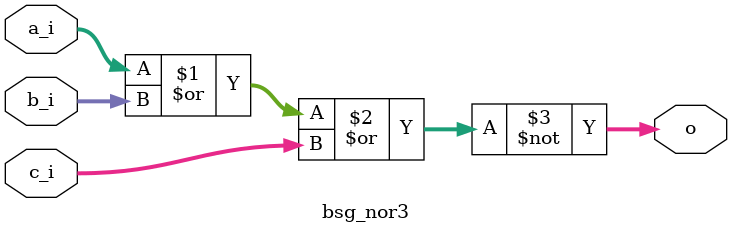
<source format=v>
module top(	// 45232_synlig_tests_bsg_micro_designs_results_bsg_nor3.json_gold.v.cleaned.mlir:2:3
  input  [15:0] a_i,	// 45232_synlig_tests_bsg_micro_designs_results_bsg_nor3.json_gold.v.cleaned.mlir:2:21
                b_i,	// 45232_synlig_tests_bsg_micro_designs_results_bsg_nor3.json_gold.v.cleaned.mlir:2:36
                c_i,	// 45232_synlig_tests_bsg_micro_designs_results_bsg_nor3.json_gold.v.cleaned.mlir:2:51
  output [15:0] o	// 45232_synlig_tests_bsg_micro_designs_results_bsg_nor3.json_gold.v.cleaned.mlir:2:67
);

  bsg_nor3 wrapper (	// 45232_synlig_tests_bsg_micro_designs_results_bsg_nor3.json_gold.v.cleaned.mlir:3:18
    .a_i (a_i),
    .b_i (b_i),
    .c_i (c_i),
    .o   (o)
  );	// 45232_synlig_tests_bsg_micro_designs_results_bsg_nor3.json_gold.v.cleaned.mlir:3:18
endmodule

module bsg_nor3(	// 45232_synlig_tests_bsg_micro_designs_results_bsg_nor3.json_gold.v.cleaned.mlir:6:3
  input  [15:0] a_i,	// 45232_synlig_tests_bsg_micro_designs_results_bsg_nor3.json_gold.v.cleaned.mlir:6:34
                b_i,	// 45232_synlig_tests_bsg_micro_designs_results_bsg_nor3.json_gold.v.cleaned.mlir:6:49
                c_i,	// 45232_synlig_tests_bsg_micro_designs_results_bsg_nor3.json_gold.v.cleaned.mlir:6:64
  output [15:0] o	// 45232_synlig_tests_bsg_micro_designs_results_bsg_nor3.json_gold.v.cleaned.mlir:6:80
);

  assign o = ~(a_i | b_i | c_i);	// 45232_synlig_tests_bsg_micro_designs_results_bsg_nor3.json_gold.v.cleaned.mlir:8:10, :9:10, :10:5
endmodule


</source>
